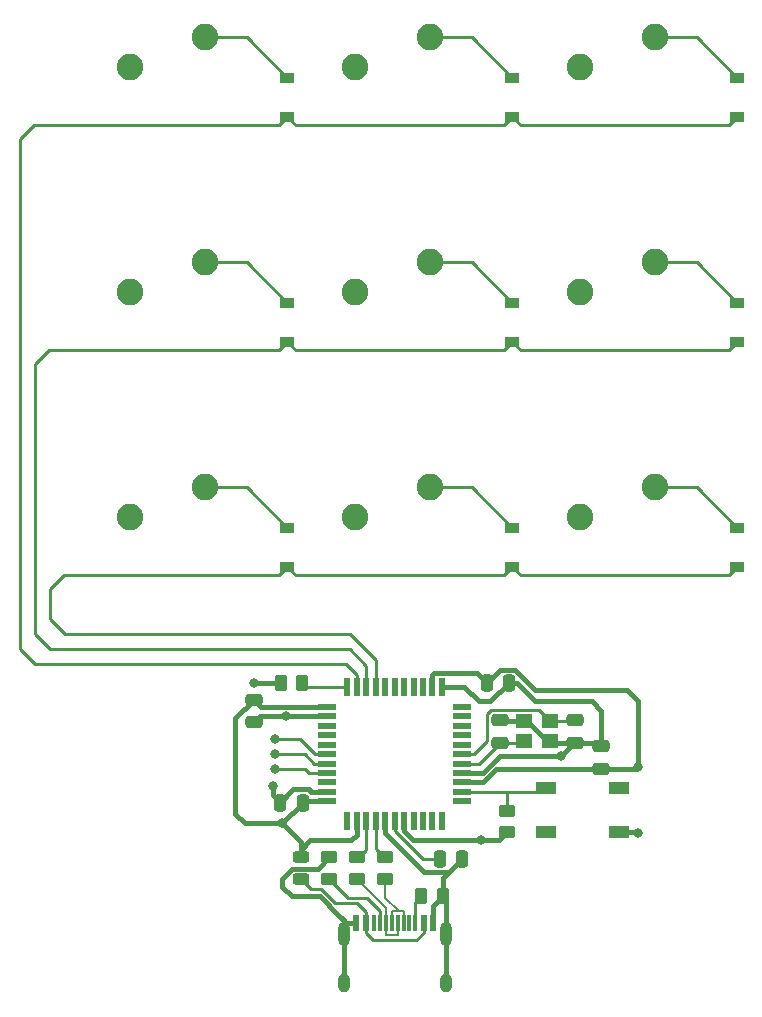
<source format=gbr>
%TF.GenerationSoftware,KiCad,Pcbnew,(6.0.8)*%
%TF.CreationDate,2022-10-08T14:38:13-07:00*%
%TF.ProjectId,9k-Keypad,396b2d4b-6579-4706-9164-2e6b69636164,rev?*%
%TF.SameCoordinates,Original*%
%TF.FileFunction,Copper,L1,Top*%
%TF.FilePolarity,Positive*%
%FSLAX46Y46*%
G04 Gerber Fmt 4.6, Leading zero omitted, Abs format (unit mm)*
G04 Created by KiCad (PCBNEW (6.0.8)) date 2022-10-08 14:38:13*
%MOMM*%
%LPD*%
G01*
G04 APERTURE LIST*
G04 Aperture macros list*
%AMRoundRect*
0 Rectangle with rounded corners*
0 $1 Rounding radius*
0 $2 $3 $4 $5 $6 $7 $8 $9 X,Y pos of 4 corners*
0 Add a 4 corners polygon primitive as box body*
4,1,4,$2,$3,$4,$5,$6,$7,$8,$9,$2,$3,0*
0 Add four circle primitives for the rounded corners*
1,1,$1+$1,$2,$3*
1,1,$1+$1,$4,$5*
1,1,$1+$1,$6,$7*
1,1,$1+$1,$8,$9*
0 Add four rect primitives between the rounded corners*
20,1,$1+$1,$2,$3,$4,$5,0*
20,1,$1+$1,$4,$5,$6,$7,0*
20,1,$1+$1,$6,$7,$8,$9,0*
20,1,$1+$1,$8,$9,$2,$3,0*%
G04 Aperture macros list end*
%TA.AperFunction,ComponentPad*%
%ADD10C,2.250000*%
%TD*%
%TA.AperFunction,SMDPad,CuDef*%
%ADD11RoundRect,0.250000X-0.262500X-0.450000X0.262500X-0.450000X0.262500X0.450000X-0.262500X0.450000X0*%
%TD*%
%TA.AperFunction,SMDPad,CuDef*%
%ADD12RoundRect,0.250000X-0.450000X0.262500X-0.450000X-0.262500X0.450000X-0.262500X0.450000X0.262500X0*%
%TD*%
%TA.AperFunction,SMDPad,CuDef*%
%ADD13R,1.200000X0.900000*%
%TD*%
%TA.AperFunction,SMDPad,CuDef*%
%ADD14RoundRect,0.250000X-0.475000X0.250000X-0.475000X-0.250000X0.475000X-0.250000X0.475000X0.250000X0*%
%TD*%
%TA.AperFunction,SMDPad,CuDef*%
%ADD15RoundRect,0.250000X0.450000X-0.262500X0.450000X0.262500X-0.450000X0.262500X-0.450000X-0.262500X0*%
%TD*%
%TA.AperFunction,SMDPad,CuDef*%
%ADD16R,0.600000X1.450000*%
%TD*%
%TA.AperFunction,SMDPad,CuDef*%
%ADD17R,0.300000X1.450000*%
%TD*%
%TA.AperFunction,ComponentPad*%
%ADD18O,1.000000X2.100000*%
%TD*%
%TA.AperFunction,ComponentPad*%
%ADD19O,1.000000X1.600000*%
%TD*%
%TA.AperFunction,SMDPad,CuDef*%
%ADD20RoundRect,0.250000X0.475000X-0.250000X0.475000X0.250000X-0.475000X0.250000X-0.475000X-0.250000X0*%
%TD*%
%TA.AperFunction,SMDPad,CuDef*%
%ADD21RoundRect,0.250000X-0.250000X-0.475000X0.250000X-0.475000X0.250000X0.475000X-0.250000X0.475000X0*%
%TD*%
%TA.AperFunction,SMDPad,CuDef*%
%ADD22RoundRect,0.243750X0.456250X-0.243750X0.456250X0.243750X-0.456250X0.243750X-0.456250X-0.243750X0*%
%TD*%
%TA.AperFunction,SMDPad,CuDef*%
%ADD23R,1.800000X1.100000*%
%TD*%
%TA.AperFunction,SMDPad,CuDef*%
%ADD24R,0.550000X1.500000*%
%TD*%
%TA.AperFunction,SMDPad,CuDef*%
%ADD25R,1.500000X0.550000*%
%TD*%
%TA.AperFunction,SMDPad,CuDef*%
%ADD26R,1.400000X1.200000*%
%TD*%
%TA.AperFunction,SMDPad,CuDef*%
%ADD27RoundRect,0.250000X0.250000X0.475000X-0.250000X0.475000X-0.250000X-0.475000X0.250000X-0.475000X0*%
%TD*%
%TA.AperFunction,ViaPad*%
%ADD28C,0.800000*%
%TD*%
%TA.AperFunction,Conductor*%
%ADD29C,0.254000*%
%TD*%
%TA.AperFunction,Conductor*%
%ADD30C,0.381000*%
%TD*%
%TA.AperFunction,Conductor*%
%ADD31C,0.200000*%
%TD*%
G04 APERTURE END LIST*
D10*
%TO.P,MX5,1,COL*%
%TO.N,COL1*%
X110915080Y-95516330D03*
%TO.P,MX5,2,ROW*%
%TO.N,Net-(D5-Pad2)*%
X117265080Y-92976330D03*
%TD*%
D11*
%TO.P,R4,1*%
%TO.N,GND*%
X104656250Y-128587500D03*
%TO.P,R4,2*%
%TO.N,Net-(R4-Pad2)*%
X106481250Y-128587500D03*
%TD*%
D10*
%TO.P,MX8,1,COL*%
%TO.N,COL1*%
X110915080Y-114566330D03*
%TO.P,MX8,2,ROW*%
%TO.N,Net-(D8-Pad2)*%
X117265080Y-112026330D03*
%TD*%
D12*
%TO.P,R3,1*%
%TO.N,Net-(R3-Pad1)*%
X111125000Y-143387178D03*
%TO.P,R3,2*%
%TO.N,D-*%
X111125000Y-145212178D03*
%TD*%
D13*
%TO.P,D2,1,K*%
%TO.N,ROW0*%
X124250080Y-80656330D03*
%TO.P,D2,2,A*%
%TO.N,Net-(D2-Pad2)*%
X124250080Y-77356330D03*
%TD*%
D10*
%TO.P,MX7,1,COL*%
%TO.N,COL0*%
X91865080Y-114566330D03*
%TO.P,MX7,2,ROW*%
%TO.N,Net-(D7-Pad2)*%
X98215080Y-112026330D03*
%TD*%
D14*
%TO.P,C1,1*%
%TO.N,Net-(C1-Pad1)*%
X129540000Y-131758428D03*
%TO.P,C1,2*%
%TO.N,GND*%
X129540000Y-133658428D03*
%TD*%
D13*
%TO.P,D7,1,K*%
%TO.N,ROW2*%
X105200080Y-118756330D03*
%TO.P,D7,2,A*%
%TO.N,Net-(D7-Pad2)*%
X105200080Y-115456330D03*
%TD*%
%TO.P,D8,1,K*%
%TO.N,ROW2*%
X124250080Y-118756330D03*
%TO.P,D8,2,A*%
%TO.N,Net-(D8-Pad2)*%
X124250080Y-115456330D03*
%TD*%
D15*
%TO.P,R5,1*%
%TO.N,Net-(J1-PadA5)*%
X108743750Y-145212178D03*
%TO.P,R5,2*%
%TO.N,GND*%
X108743750Y-143387178D03*
%TD*%
D11*
%TO.P,R6,1*%
%TO.N,Net-(J1-PadB5)*%
X116562500Y-146640000D03*
%TO.P,R6,2*%
%TO.N,GND*%
X118387500Y-146640000D03*
%TD*%
D10*
%TO.P,MX9,1,COL*%
%TO.N,COL2*%
X129965080Y-114566330D03*
%TO.P,MX9,2,ROW*%
%TO.N,Net-(D9-Pad2)*%
X136315080Y-112026330D03*
%TD*%
%TO.P,MX3,1,COL*%
%TO.N,COL2*%
X129965080Y-76466330D03*
%TO.P,MX3,2,ROW*%
%TO.N,Net-(D3-Pad2)*%
X136315080Y-73926330D03*
%TD*%
D16*
%TO.P,J1,A1,GND*%
%TO.N,GND*%
X111050000Y-148945000D03*
%TO.P,J1,A4,VBUS*%
%TO.N,VCC*%
X111850000Y-148945000D03*
D17*
%TO.P,J1,A5,CC1*%
%TO.N,Net-(J1-PadA5)*%
X113050000Y-148945000D03*
%TO.P,J1,A6,D+*%
%TO.N,D+*%
X114050000Y-148945000D03*
%TO.P,J1,A7,D-*%
%TO.N,D-*%
X114550000Y-148945000D03*
%TO.P,J1,A8,SBU1*%
%TO.N,unconnected-(J1-PadA8)*%
X115550000Y-148945000D03*
D16*
%TO.P,J1,A9,VBUS*%
%TO.N,VCC*%
X116750000Y-148945000D03*
%TO.P,J1,A12,GND*%
%TO.N,GND*%
X117550000Y-148945000D03*
%TO.P,J1,B1,GND*%
X117550000Y-148945000D03*
%TO.P,J1,B4,VBUS*%
%TO.N,VCC*%
X116750000Y-148945000D03*
D17*
%TO.P,J1,B5,CC2*%
%TO.N,Net-(J1-PadB5)*%
X116050000Y-148945000D03*
%TO.P,J1,B6,D+*%
%TO.N,D+*%
X115050000Y-148945000D03*
%TO.P,J1,B7,D-*%
%TO.N,D-*%
X113550000Y-148945000D03*
%TO.P,J1,B8,SBU2*%
%TO.N,unconnected-(J1-PadB8)*%
X112550000Y-148945000D03*
D16*
%TO.P,J1,B9,VBUS*%
%TO.N,VCC*%
X111850000Y-148945000D03*
%TO.P,J1,B12,GND*%
%TO.N,GND*%
X111050000Y-148945000D03*
D18*
%TO.P,J1,S1,SHIELD*%
X118620000Y-149860000D03*
D19*
X109980000Y-154040000D03*
X118620000Y-154040000D03*
D18*
X109980000Y-149860000D03*
%TD*%
D20*
%TO.P,C2,1*%
%TO.N,Net-(C2-Pad1)*%
X123190000Y-133658428D03*
%TO.P,C2,2*%
%TO.N,GND*%
X123190000Y-131758428D03*
%TD*%
D10*
%TO.P,MX6,1,COL*%
%TO.N,COL2*%
X129965080Y-95516330D03*
%TO.P,MX6,2,ROW*%
%TO.N,Net-(D6-Pad2)*%
X136315080Y-92976330D03*
%TD*%
D14*
%TO.P,C7,1*%
%TO.N,+5V*%
X102393750Y-130018750D03*
%TO.P,C7,2*%
%TO.N,GND*%
X102393750Y-131918750D03*
%TD*%
D15*
%TO.P,R1,1*%
%TO.N,+5V*%
X123825000Y-141243428D03*
%TO.P,R1,2*%
%TO.N,Net-(R1-Pad2)*%
X123825000Y-139418428D03*
%TD*%
D21*
%TO.P,C3,1*%
%TO.N,Net-(C3-Pad1)*%
X118112500Y-143505928D03*
%TO.P,C3,2*%
%TO.N,GND*%
X120012500Y-143505928D03*
%TD*%
D13*
%TO.P,D5,1,K*%
%TO.N,ROW1*%
X124250080Y-99706330D03*
%TO.P,D5,2,A*%
%TO.N,Net-(D5-Pad2)*%
X124250080Y-96406330D03*
%TD*%
D20*
%TO.P,C4,1*%
%TO.N,+5V*%
X131762500Y-135887500D03*
%TO.P,C4,2*%
%TO.N,GND*%
X131762500Y-133987500D03*
%TD*%
D22*
%TO.P,F1,1*%
%TO.N,VCC*%
X106362500Y-145237178D03*
%TO.P,F1,2*%
%TO.N,+5V*%
X106362500Y-143362178D03*
%TD*%
D13*
%TO.P,D3,1,K*%
%TO.N,ROW0*%
X143300080Y-80656330D03*
%TO.P,D3,2,A*%
%TO.N,Net-(D3-Pad2)*%
X143300080Y-77356330D03*
%TD*%
D12*
%TO.P,R2,1*%
%TO.N,Net-(R2-Pad1)*%
X113506250Y-143387178D03*
%TO.P,R2,2*%
%TO.N,D+*%
X113506250Y-145212178D03*
%TD*%
D23*
%TO.P,S1,1,1*%
%TO.N,GND*%
X133275000Y-141228428D03*
%TO.P,S1,2,2*%
%TO.N,Net-(R1-Pad2)*%
X127075000Y-137528428D03*
%TO.P,S1,3*%
%TO.N,N/C*%
X133275000Y-137528428D03*
%TO.P,S1,4*%
X127075000Y-141228428D03*
%TD*%
D13*
%TO.P,D9,1,K*%
%TO.N,ROW2*%
X143300080Y-118756330D03*
%TO.P,D9,2,A*%
%TO.N,Net-(D9-Pad2)*%
X143300080Y-115456330D03*
%TD*%
%TO.P,D6,1,K*%
%TO.N,ROW1*%
X143300080Y-99706330D03*
%TO.P,D6,2,A*%
%TO.N,Net-(D6-Pad2)*%
X143300080Y-96406330D03*
%TD*%
%TO.P,D4,1,K*%
%TO.N,ROW1*%
X105200080Y-99706330D03*
%TO.P,D4,2,A*%
%TO.N,Net-(D4-Pad2)*%
X105200080Y-96406330D03*
%TD*%
D10*
%TO.P,MX2,1,COL*%
%TO.N,COL1*%
X110915080Y-76466330D03*
%TO.P,MX2,2,ROW*%
%TO.N,Net-(D2-Pad2)*%
X117265080Y-73926330D03*
%TD*%
%TO.P,MX4,1,COL*%
%TO.N,COL0*%
X91865080Y-95516330D03*
%TO.P,MX4,2,ROW*%
%TO.N,Net-(D4-Pad2)*%
X98215080Y-92976330D03*
%TD*%
D21*
%TO.P,C5,1*%
%TO.N,+5V*%
X122081250Y-128587500D03*
%TO.P,C5,2*%
%TO.N,GND*%
X123981250Y-128587500D03*
%TD*%
D24*
%TO.P,U1,1,PE6*%
%TO.N,unconnected-(U1-Pad1)*%
X110300000Y-140330928D03*
%TO.P,U1,2,UVCC*%
%TO.N,+5V*%
X111100000Y-140330928D03*
%TO.P,U1,3,D-*%
%TO.N,Net-(R3-Pad1)*%
X111900000Y-140330928D03*
%TO.P,U1,4,D+*%
%TO.N,Net-(R2-Pad1)*%
X112700000Y-140330928D03*
%TO.P,U1,5,UGND*%
%TO.N,GND*%
X113500000Y-140330928D03*
%TO.P,U1,6,UCAP*%
%TO.N,Net-(C3-Pad1)*%
X114300000Y-140330928D03*
%TO.P,U1,7,VBUS*%
%TO.N,+5V*%
X115100000Y-140330928D03*
%TO.P,U1,8,PB0*%
%TO.N,unconnected-(U1-Pad8)*%
X115900000Y-140330928D03*
%TO.P,U1,9,PB1*%
%TO.N,unconnected-(U1-Pad9)*%
X116700000Y-140330928D03*
%TO.P,U1,10,PB2*%
%TO.N,unconnected-(U1-Pad10)*%
X117500000Y-140330928D03*
%TO.P,U1,11,PB3*%
%TO.N,unconnected-(U1-Pad11)*%
X118300000Y-140330928D03*
D25*
%TO.P,U1,12,PB7*%
%TO.N,unconnected-(U1-Pad12)*%
X120000000Y-138630928D03*
%TO.P,U1,13,~{RESET}*%
%TO.N,Net-(R1-Pad2)*%
X120000000Y-137830928D03*
%TO.P,U1,14,VCC*%
%TO.N,+5V*%
X120000000Y-137030928D03*
%TO.P,U1,15,GND*%
%TO.N,GND*%
X120000000Y-136230928D03*
%TO.P,U1,16,XTAL2*%
%TO.N,Net-(C2-Pad1)*%
X120000000Y-135430928D03*
%TO.P,U1,17,XTAL1*%
%TO.N,Net-(C1-Pad1)*%
X120000000Y-134630928D03*
%TO.P,U1,18,PD0*%
%TO.N,unconnected-(U1-Pad18)*%
X120000000Y-133830928D03*
%TO.P,U1,19,PD1*%
%TO.N,unconnected-(U1-Pad19)*%
X120000000Y-133030928D03*
%TO.P,U1,20,PD2*%
%TO.N,unconnected-(U1-Pad20)*%
X120000000Y-132230928D03*
%TO.P,U1,21,PD3*%
%TO.N,unconnected-(U1-Pad21)*%
X120000000Y-131430928D03*
%TO.P,U1,22,PD5*%
%TO.N,unconnected-(U1-Pad22)*%
X120000000Y-130630928D03*
D24*
%TO.P,U1,23,GND*%
%TO.N,GND*%
X118300000Y-128930928D03*
%TO.P,U1,24,AVCC*%
%TO.N,+5V*%
X117500000Y-128930928D03*
%TO.P,U1,25,PD4*%
%TO.N,unconnected-(U1-Pad25)*%
X116700000Y-128930928D03*
%TO.P,U1,26,PD6*%
%TO.N,unconnected-(U1-Pad26)*%
X115900000Y-128930928D03*
%TO.P,U1,27,PD7*%
%TO.N,unconnected-(U1-Pad27)*%
X115100000Y-128930928D03*
%TO.P,U1,28,PB4*%
%TO.N,unconnected-(U1-Pad28)*%
X114300000Y-128930928D03*
%TO.P,U1,29,PB5*%
%TO.N,unconnected-(U1-Pad29)*%
X113500000Y-128930928D03*
%TO.P,U1,30,PB6*%
%TO.N,ROW2*%
X112700000Y-128930928D03*
%TO.P,U1,31,PC6*%
%TO.N,ROW1*%
X111900000Y-128930928D03*
%TO.P,U1,32,PC7*%
%TO.N,ROW0*%
X111100000Y-128930928D03*
%TO.P,U1,33,~{HWB}/PE2*%
%TO.N,Net-(R4-Pad2)*%
X110300000Y-128930928D03*
D25*
%TO.P,U1,34,VCC*%
%TO.N,+5V*%
X108600000Y-130630928D03*
%TO.P,U1,35,GND*%
%TO.N,GND*%
X108600000Y-131430928D03*
%TO.P,U1,36,PF7*%
%TO.N,unconnected-(U1-Pad36)*%
X108600000Y-132230928D03*
%TO.P,U1,37,PF6*%
%TO.N,unconnected-(U1-Pad37)*%
X108600000Y-133030928D03*
%TO.P,U1,38,PF5*%
%TO.N,unconnected-(U1-Pad38)*%
X108600000Y-133830928D03*
%TO.P,U1,39,PF4*%
%TO.N,COL2*%
X108600000Y-134630928D03*
%TO.P,U1,40,PF1*%
%TO.N,COL1*%
X108600000Y-135430928D03*
%TO.P,U1,41,PF0*%
%TO.N,COL0*%
X108600000Y-136230928D03*
%TO.P,U1,42,AREF*%
%TO.N,unconnected-(U1-Pad42)*%
X108600000Y-137030928D03*
%TO.P,U1,43,GND*%
%TO.N,GND*%
X108600000Y-137830928D03*
%TO.P,U1,44,AVCC*%
%TO.N,+5V*%
X108600000Y-138630928D03*
%TD*%
D26*
%TO.P,Y1,1,1*%
%TO.N,Net-(C1-Pad1)*%
X127465000Y-131858428D03*
%TO.P,Y1,2,2*%
%TO.N,GND*%
X125265000Y-131858428D03*
%TO.P,Y1,3,3*%
%TO.N,Net-(C2-Pad1)*%
X125265000Y-133558428D03*
%TO.P,Y1,4,4*%
%TO.N,GND*%
X127465000Y-133558428D03*
%TD*%
D27*
%TO.P,C6,1*%
%TO.N,+5V*%
X106518750Y-138743428D03*
%TO.P,C6,2*%
%TO.N,GND*%
X104618750Y-138743428D03*
%TD*%
D13*
%TO.P,D1,1,K*%
%TO.N,ROW0*%
X105200080Y-80656330D03*
%TO.P,D1,2,A*%
%TO.N,Net-(D1-Pad2)*%
X105200080Y-77356330D03*
%TD*%
D10*
%TO.P,MX1,1,COL*%
%TO.N,COL0*%
X91865080Y-76466330D03*
%TO.P,MX1,2,ROW*%
%TO.N,Net-(D1-Pad2)*%
X98215080Y-73926330D03*
%TD*%
D28*
%TO.N,GND*%
X105106572Y-131430928D03*
X134937500Y-141287500D03*
X128424214Y-134774214D03*
X102393750Y-128587500D03*
X103981250Y-137318750D03*
%TO.N,+5V*%
X134937500Y-135731250D03*
X121606572Y-141918428D03*
X104775000Y-140493750D03*
%TO.N,COL0*%
X104140000Y-135890000D03*
%TO.N,COL1*%
X104140000Y-134620000D03*
%TO.N,COL2*%
X104140000Y-133350000D03*
%TD*%
D29*
%TO.N,Net-(C1-Pad1)*%
X122138000Y-133496928D02*
X122138000Y-131269427D01*
X121004000Y-134630928D02*
X122138000Y-133496928D01*
X120000000Y-134630928D02*
X121004000Y-134630928D01*
X126538000Y-130931428D02*
X127465000Y-131858428D01*
X122138000Y-131269427D02*
X122475999Y-130931428D01*
X127465000Y-131858428D02*
X129440000Y-131858428D01*
X122475999Y-130931428D02*
X126538000Y-130931428D01*
D30*
%TO.N,GND*%
X110214072Y-148945000D02*
X109537500Y-148268428D01*
X111050000Y-148945000D02*
X110214072Y-148945000D01*
X109537500Y-148268428D02*
X109980000Y-148710928D01*
X104775000Y-145227713D02*
X104775000Y-145887178D01*
X105568750Y-146680928D02*
X107950000Y-146680928D01*
X105106572Y-131430928D02*
X102881572Y-131430928D01*
X131762500Y-133987500D02*
X131762500Y-130968750D01*
X104656250Y-128587500D02*
X102393750Y-128587500D01*
X119852964Y-143665464D02*
X118897000Y-144621428D01*
X102881572Y-131430928D02*
X102393750Y-131918750D01*
X108600000Y-131430928D02*
X105106572Y-131430928D01*
X107950000Y-146680928D02*
X109537500Y-148268428D01*
X126206250Y-130175000D02*
X130968750Y-130175000D01*
X118300000Y-128930928D02*
X120199678Y-128930928D01*
X104775000Y-145887178D02*
X105568750Y-146680928D01*
X131433428Y-133658428D02*
X131762500Y-133987500D01*
X129540000Y-133658428D02*
X127565000Y-133658428D01*
X113500000Y-141336928D02*
X113500000Y-140330928D01*
X131762500Y-130968750D02*
X130968750Y-130175000D01*
X125515000Y-131858428D02*
X127215000Y-133558428D01*
X118897000Y-144621428D02*
X116784500Y-144621428D01*
X120199678Y-128930928D02*
X121443750Y-130175000D01*
X105734250Y-137627928D02*
X104618750Y-138743428D01*
X125265000Y-131858428D02*
X123290000Y-131858428D01*
X116784500Y-144621428D02*
X113500000Y-141336928D01*
X123981250Y-128587500D02*
X122393750Y-130175000D01*
X104618750Y-138743428D02*
X103981250Y-138105928D01*
X133275000Y-141228428D02*
X134878428Y-141228428D01*
X120000000Y-136230928D02*
X121737822Y-136230928D01*
X123194536Y-134774214D02*
X128424214Y-134774214D01*
X118620000Y-154040000D02*
X118620000Y-149860000D01*
X108600000Y-137830928D02*
X107237054Y-137830928D01*
X129540000Y-133658428D02*
X131433428Y-133658428D01*
X124618750Y-128587500D02*
X126206250Y-130175000D01*
X108743750Y-143387178D02*
X107771750Y-144359178D01*
X118387500Y-145130928D02*
X119852964Y-143665464D01*
X118620000Y-149860000D02*
X118620000Y-146872500D01*
X117550000Y-147477500D02*
X118387500Y-146640000D01*
X109980000Y-154040000D02*
X109980000Y-149860000D01*
X121737822Y-136230928D02*
X123194536Y-134774214D01*
X107771750Y-144359178D02*
X105643535Y-144359178D01*
X117550000Y-148945000D02*
X117550000Y-147477500D01*
X122393750Y-130175000D02*
X121443750Y-130175000D01*
X123981250Y-128587500D02*
X124618750Y-128587500D01*
X107034054Y-137627928D02*
X105734250Y-137627928D01*
X134878428Y-141228428D02*
X134937500Y-141287500D01*
X105643535Y-144359178D02*
X104775000Y-145227713D01*
X103981250Y-138105928D02*
X103981250Y-137318750D01*
X129210928Y-133987500D02*
X128424214Y-134774214D01*
X107237054Y-137830928D02*
X107034054Y-137627928D01*
X109980000Y-148710928D02*
X109980000Y-149860000D01*
X118387500Y-146640000D02*
X118387500Y-145130928D01*
D29*
%TO.N,Net-(C2-Pad1)*%
X121417500Y-135430928D02*
X123190000Y-133658428D01*
X120000000Y-135430928D02*
X121417500Y-135430928D01*
X123190000Y-133658428D02*
X125165000Y-133658428D01*
%TO.N,Net-(C3-Pad1)*%
X116681250Y-143505928D02*
X118112500Y-143505928D01*
X114300000Y-141124678D02*
X116681250Y-143505928D01*
X114300000Y-140330928D02*
X114300000Y-141124678D01*
D30*
%TO.N,+5V*%
X111100000Y-140330928D02*
X111100000Y-141461928D01*
X107156250Y-141918428D02*
X106362500Y-142712178D01*
X124496554Y-127472000D02*
X126220204Y-129195650D01*
X101596714Y-140490464D02*
X104771714Y-140490464D01*
X102393750Y-130018750D02*
X103005928Y-130630928D01*
X115100000Y-141130928D02*
X115100000Y-140330928D01*
X106518750Y-138743428D02*
X104771714Y-140490464D01*
X121759480Y-137030928D02*
X122902908Y-135887500D01*
X121284178Y-127790428D02*
X122081250Y-128587500D01*
X106362500Y-142712178D02*
X106362500Y-143362178D01*
X115100000Y-141130928D02*
X115887500Y-141918428D01*
X104771714Y-140490464D02*
X104768428Y-140493750D01*
X120000000Y-137030928D02*
X121759480Y-137030928D01*
X126220204Y-129195650D02*
X133958150Y-129195650D01*
X104775000Y-140493750D02*
X106362500Y-142081250D01*
X133958150Y-129195650D02*
X134937500Y-130175000D01*
X121606572Y-141918428D02*
X123150000Y-141918428D01*
X111100000Y-141461928D02*
X110643500Y-141918428D01*
X115887500Y-141918428D02*
X121606572Y-141918428D01*
X123150000Y-141918428D02*
X123825000Y-141243428D01*
X117500000Y-127924928D02*
X117634500Y-127790428D01*
X110643500Y-141918428D02*
X107156250Y-141918428D01*
X100806250Y-139700000D02*
X101596714Y-140490464D01*
X103005928Y-130630928D02*
X108600000Y-130630928D01*
X106362500Y-142081250D02*
X106362500Y-142712178D01*
X104768428Y-140493750D02*
X104775000Y-140493750D01*
X122081250Y-128587500D02*
X123196750Y-127472000D01*
X131762500Y-135887500D02*
X134781250Y-135887500D01*
X102393750Y-130018750D02*
X100806250Y-131606250D01*
X134781250Y-135887500D02*
X134937500Y-135731250D01*
X100806250Y-131606250D02*
X100806250Y-139700000D01*
X122902908Y-135887500D02*
X131762500Y-135887500D01*
X123196750Y-127472000D02*
X124496554Y-127472000D01*
X108600000Y-138630928D02*
X106631250Y-138630928D01*
X134937500Y-130175000D02*
X134937500Y-135731250D01*
X117634500Y-127790428D02*
X121284178Y-127790428D01*
X117500000Y-128930928D02*
X117500000Y-127924928D01*
D29*
%TO.N,ROW0*%
X105200080Y-80656330D02*
X105920981Y-81377231D01*
X124250080Y-80656330D02*
X124970981Y-81377231D01*
X82550000Y-82550000D02*
X83722769Y-81377231D01*
X111100000Y-128930928D02*
X111100000Y-127926928D01*
X83722769Y-81377231D02*
X104479179Y-81377231D01*
X104479179Y-81377231D02*
X105200080Y-80656330D01*
X124970981Y-81377231D02*
X142579179Y-81377231D01*
X83820000Y-127000000D02*
X82550000Y-125730000D01*
X111100000Y-127926928D02*
X110173072Y-127000000D01*
X105920981Y-81377231D02*
X123529179Y-81377231D01*
X142579179Y-81377231D02*
X143300080Y-80656330D01*
X110173072Y-127000000D02*
X83820000Y-127000000D01*
X123529179Y-81377231D02*
X124250080Y-80656330D01*
X82550000Y-125730000D02*
X82550000Y-82550000D01*
%TO.N,Net-(D1-Pad2)*%
X98215080Y-73926330D02*
X101770080Y-73926330D01*
X101770080Y-73926330D02*
X105200080Y-77356330D01*
%TO.N,Net-(D2-Pad2)*%
X117265080Y-73926330D02*
X120820080Y-73926330D01*
X120820080Y-73926330D02*
X124250080Y-77356330D01*
%TO.N,Net-(D3-Pad2)*%
X139870080Y-73926330D02*
X143300080Y-77356330D01*
X136315080Y-73926330D02*
X139870080Y-73926330D01*
%TO.N,ROW1*%
X104479179Y-100427231D02*
X105200080Y-99706330D01*
X124970981Y-100427231D02*
X142579179Y-100427231D01*
X110490000Y-125730000D02*
X85090000Y-125730000D01*
X84992769Y-100427231D02*
X104479179Y-100427231D01*
X105920981Y-100427231D02*
X123529179Y-100427231D01*
X111900000Y-128930928D02*
X111900000Y-127140000D01*
X105200080Y-99706330D02*
X105920981Y-100427231D01*
X111900000Y-127140000D02*
X110490000Y-125730000D01*
X83820000Y-101600000D02*
X84992769Y-100427231D01*
X83820000Y-124460000D02*
X83820000Y-101600000D01*
X85090000Y-125730000D02*
X83820000Y-124460000D01*
X142579179Y-100427231D02*
X143300080Y-99706330D01*
X123529179Y-100427231D02*
X124250080Y-99706330D01*
X124250080Y-99706330D02*
X124970981Y-100427231D01*
%TO.N,Net-(D4-Pad2)*%
X101770080Y-92976330D02*
X105200080Y-96406330D01*
X98215080Y-92976330D02*
X101770080Y-92976330D01*
%TO.N,Net-(D5-Pad2)*%
X117265080Y-92976330D02*
X120820080Y-92976330D01*
X120820080Y-92976330D02*
X124250080Y-96406330D01*
%TO.N,Net-(D6-Pad2)*%
X136315080Y-92976330D02*
X139870080Y-92976330D01*
X139870080Y-92976330D02*
X143300080Y-96406330D01*
%TO.N,ROW2*%
X123529179Y-119477231D02*
X124250080Y-118756330D01*
X104479179Y-119477231D02*
X105200080Y-118756330D01*
X124250080Y-118756330D02*
X124970981Y-119477231D01*
X112700000Y-128930928D02*
X112700000Y-126670000D01*
X124970981Y-119477231D02*
X142579179Y-119477231D01*
X105920981Y-119477231D02*
X123529179Y-119477231D01*
X112700000Y-126670000D02*
X110490000Y-124460000D01*
X110490000Y-124460000D02*
X86360000Y-124460000D01*
X86360000Y-124460000D02*
X85090000Y-123190000D01*
X86262769Y-119477231D02*
X104479179Y-119477231D01*
X85090000Y-120650000D02*
X86262769Y-119477231D01*
X85090000Y-123190000D02*
X85090000Y-120650000D01*
X142579179Y-119477231D02*
X143300080Y-118756330D01*
X105200080Y-118756330D02*
X105920981Y-119477231D01*
%TO.N,Net-(D7-Pad2)*%
X98215080Y-112026330D02*
X101770080Y-112026330D01*
X101770080Y-112026330D02*
X105200080Y-115456330D01*
%TO.N,Net-(D8-Pad2)*%
X120820080Y-112026330D02*
X124250080Y-115456330D01*
X117265080Y-112026330D02*
X120820080Y-112026330D01*
%TO.N,Net-(D9-Pad2)*%
X136315080Y-112026330D02*
X139870080Y-112026330D01*
X139870080Y-112026330D02*
X143300080Y-115456330D01*
%TO.N,VCC*%
X106362500Y-145237178D02*
X107177000Y-146051678D01*
X108052606Y-146051678D02*
X109270464Y-147269536D01*
X116750000Y-149774000D02*
X116750000Y-148945000D01*
X107177000Y-146051678D02*
X108052606Y-146051678D01*
X112473000Y-150397000D02*
X116127000Y-150397000D01*
X116127000Y-150397000D02*
X116750000Y-149774000D01*
X111850000Y-148945000D02*
X111850000Y-149774000D01*
X111850000Y-148945000D02*
X111850000Y-147966000D01*
X111850000Y-147966000D02*
X111153536Y-147269536D01*
X111850000Y-149774000D02*
X112473000Y-150397000D01*
X111153536Y-147269536D02*
X109270464Y-147269536D01*
%TO.N,COL0*%
X106680000Y-135890000D02*
X104140000Y-135890000D01*
X107020928Y-136230928D02*
X106680000Y-135890000D01*
X108600000Y-136230928D02*
X107020928Y-136230928D01*
%TO.N,COL1*%
X108600000Y-135430928D02*
X107490928Y-135430928D01*
X106680000Y-134620000D02*
X104140000Y-134620000D01*
X107490928Y-135430928D02*
X106680000Y-134620000D01*
%TO.N,COL2*%
X107596000Y-134630928D02*
X106315072Y-133350000D01*
X106315072Y-133350000D02*
X104140000Y-133350000D01*
X108600000Y-134630928D02*
X107596000Y-134630928D01*
%TO.N,Net-(R1-Pad2)*%
X123825000Y-137949678D02*
X123943750Y-137830928D01*
X123943750Y-137830928D02*
X126772500Y-137830928D01*
X120000000Y-137830928D02*
X123943750Y-137830928D01*
X123825000Y-139418428D02*
X123825000Y-137949678D01*
%TO.N,Net-(R2-Pad1)*%
X112700000Y-142699678D02*
X112700000Y-140330928D01*
X113387500Y-143387178D02*
X112700000Y-142699678D01*
D31*
%TO.N,D+*%
X113506250Y-146777822D02*
X114648428Y-147920000D01*
X115050000Y-147970000D02*
X115000000Y-147920000D01*
X115000000Y-147920000D02*
X114648428Y-147920000D01*
X114648428Y-147920000D02*
X114100000Y-147920000D01*
X115050000Y-148945000D02*
X115050000Y-147970000D01*
X113506250Y-145212178D02*
X113506250Y-146777822D01*
X114100000Y-147920000D02*
X114050000Y-147970000D01*
X114050000Y-147970000D02*
X114050000Y-148945000D01*
D29*
%TO.N,Net-(R3-Pad1)*%
X111900000Y-142730928D02*
X111900000Y-140330928D01*
X111243750Y-143387178D02*
X111900000Y-142730928D01*
D31*
%TO.N,D-*%
X113550000Y-148945000D02*
X113550000Y-149920000D01*
X113550000Y-149920000D02*
X113600000Y-149970000D01*
X114500000Y-149970000D02*
X114550000Y-149920000D01*
X113600000Y-149970000D02*
X114500000Y-149970000D01*
X114550000Y-149920000D02*
X114550000Y-148945000D01*
X113550000Y-147637178D02*
X113550000Y-148945000D01*
X111125000Y-145212178D02*
X113550000Y-147637178D01*
D29*
%TO.N,Net-(R4-Pad2)*%
X106824678Y-128930928D02*
X110300000Y-128930928D01*
%TO.N,Net-(J1-PadB5)*%
X116050000Y-148945000D02*
X116050000Y-147152500D01*
X116050000Y-147152500D02*
X116562500Y-146640000D01*
%TO.N,Net-(J1-PadA5)*%
X108743750Y-145212178D02*
X110347108Y-146815536D01*
X111949536Y-146815536D02*
X110347108Y-146815536D01*
X113050000Y-147916000D02*
X111949536Y-146815536D01*
X113050000Y-148945000D02*
X113050000Y-147916000D01*
%TD*%
M02*

</source>
